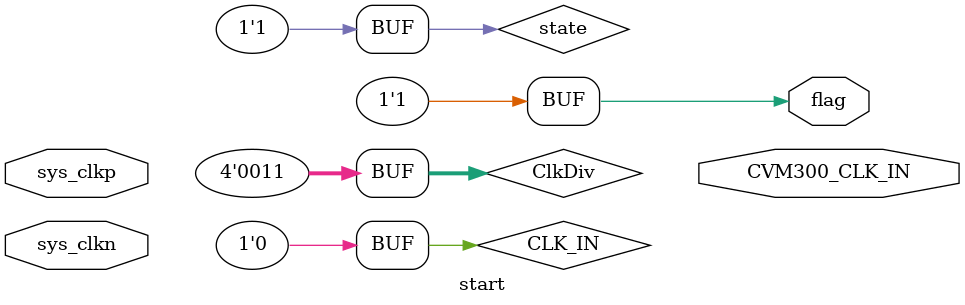
<source format=v>
`timescale 1ns / 1ps


module start(
    input sys_clkn,
    input sys_clkp,
    output flag,
    output CVM300_CLK_IN
 );
    reg state = 1'b0;
    reg CLK_IN;
    reg [3:0] ClkDiv = 3'b0;
    
    ClockGenerator clock (  .sys_clkn(sys_clkn),
                                      .sys_clkp(sys_clkp), 
                                      .ClkDivThreshold(ClkDiv),                
                                      .FSM_Clk(CLK_IN));
    
    assign flag = state;
    
    initial begin
        CLK_IN <= 1'b0;
        #6000000 
        state <= 1'b1;
        ClkDiv <= 3'b011;
    end
    
    
    
    
endmodule

</source>
